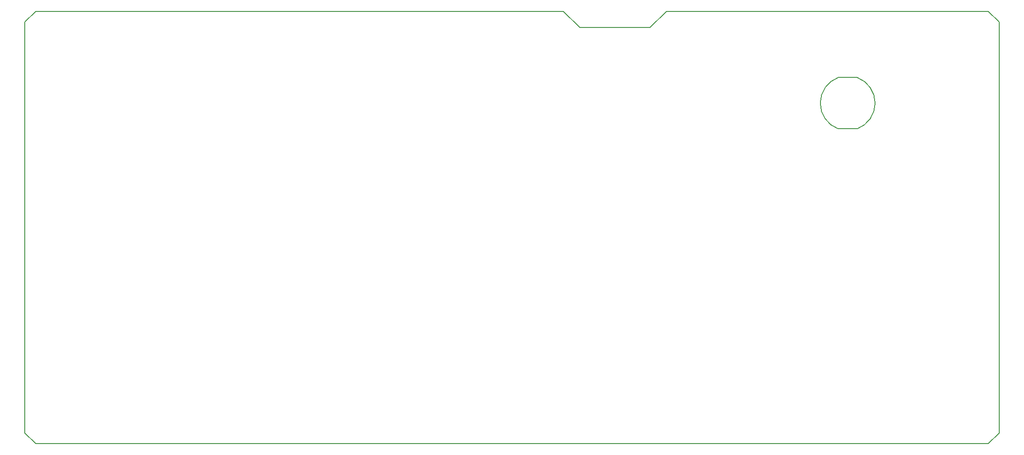
<source format=gbr>
%TF.GenerationSoftware,KiCad,Pcbnew,5.1.4*%
%TF.CreationDate,2019-08-26T22:55:56+02:00*%
%TF.ProjectId,hotplate_ctl,686f7470-6c61-4746-955f-63746c2e6b69,rev?*%
%TF.SameCoordinates,Original*%
%TF.FileFunction,Profile,NP*%
%FSLAX46Y46*%
G04 Gerber Fmt 4.6, Leading zero omitted, Abs format (unit mm)*
G04 Created by KiCad (PCBNEW 5.1.4) date 2019-08-26 22:55:56*
%MOMM*%
%LPD*%
G04 APERTURE LIST*
%ADD10C,0.150000*%
G04 APERTURE END LIST*
D10*
X230250000Y-71750000D02*
G75*
G02X230250000Y-62250000I1750000J4750000D01*
G01*
X233750000Y-62250000D02*
G75*
G02X233750000Y-71750000I-1750000J-4750000D01*
G01*
X230250000Y-71750000D02*
X233750000Y-71750000D01*
X230250000Y-62250000D02*
X233750000Y-62250000D01*
X198500000Y-50000000D02*
X258000000Y-50000000D01*
X258000000Y-50000000D02*
X260000000Y-52000000D01*
X82000000Y-130000000D02*
X258000000Y-130000000D01*
X195500000Y-53000000D02*
X198500000Y-50000000D01*
X182500000Y-53000000D02*
X195500000Y-53000000D01*
X179500000Y-50000000D02*
X182500000Y-53000000D01*
X80000000Y-128000000D02*
X82000000Y-130000000D01*
X260000000Y-128000000D02*
X258000000Y-130000000D01*
X82000000Y-50000000D02*
X80000000Y-52000000D01*
X179500000Y-50000000D02*
X82000000Y-50000000D01*
X260000000Y-128000000D02*
X260000000Y-52000000D01*
X80000000Y-52000000D02*
X80000000Y-128000000D01*
M02*

</source>
